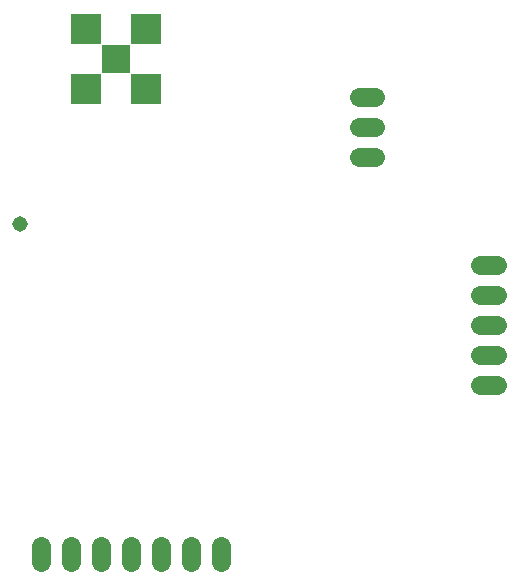
<source format=gbs>
G75*
%MOIN*%
%OFA0B0*%
%FSLAX25Y25*%
%IPPOS*%
%LPD*%
%AMOC8*
5,1,8,0,0,1.08239X$1,22.5*
%
%ADD10R,0.10249X0.10249*%
%ADD11R,0.09658X0.09658*%
%ADD12C,0.06400*%
%ADD13C,0.05156*%
D10*
X0528958Y0174267D03*
X0548958Y0174267D03*
X0548958Y0194267D03*
X0528958Y0194267D03*
D11*
X0538958Y0184267D03*
D12*
X0619908Y0171767D02*
X0625508Y0171767D01*
X0625508Y0161767D02*
X0619908Y0161767D01*
X0619908Y0151767D02*
X0625508Y0151767D01*
X0660533Y0115517D02*
X0666133Y0115517D01*
X0666133Y0105517D02*
X0660533Y0105517D01*
X0660533Y0095517D02*
X0666133Y0095517D01*
X0666133Y0085517D02*
X0660533Y0085517D01*
X0660533Y0075517D02*
X0666133Y0075517D01*
X0573958Y0022067D02*
X0573958Y0016467D01*
X0563958Y0016467D02*
X0563958Y0022067D01*
X0553958Y0022067D02*
X0553958Y0016467D01*
X0543958Y0016467D02*
X0543958Y0022067D01*
X0533958Y0022067D02*
X0533958Y0016467D01*
X0523958Y0016467D02*
X0523958Y0022067D01*
X0513958Y0022067D02*
X0513958Y0016467D01*
D13*
X0507083Y0129267D03*
M02*

</source>
